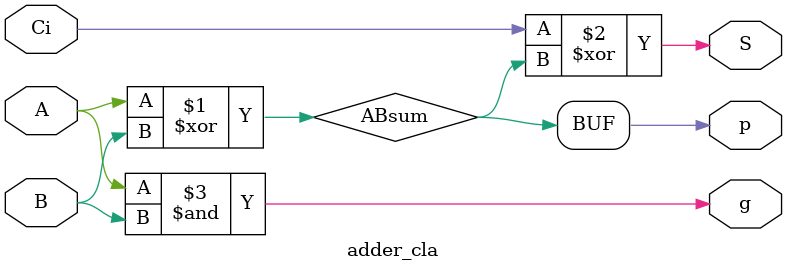
<source format=v>

`timescale 1 ns / 1 ns

module adder_cla
       (
         input A, B, Ci,
         output S, p, g
       );

wire ABsum;

// Compute the sum
xor #10 u_sum1 ( ABsum, A, B );
xor #10 u_sum2 ( S, Ci, ABsum );

// Wire out the propagate
assign p = ABsum;

// Calculate the generate
and #10 u_generate ( g, A, B );

endmodule

</source>
